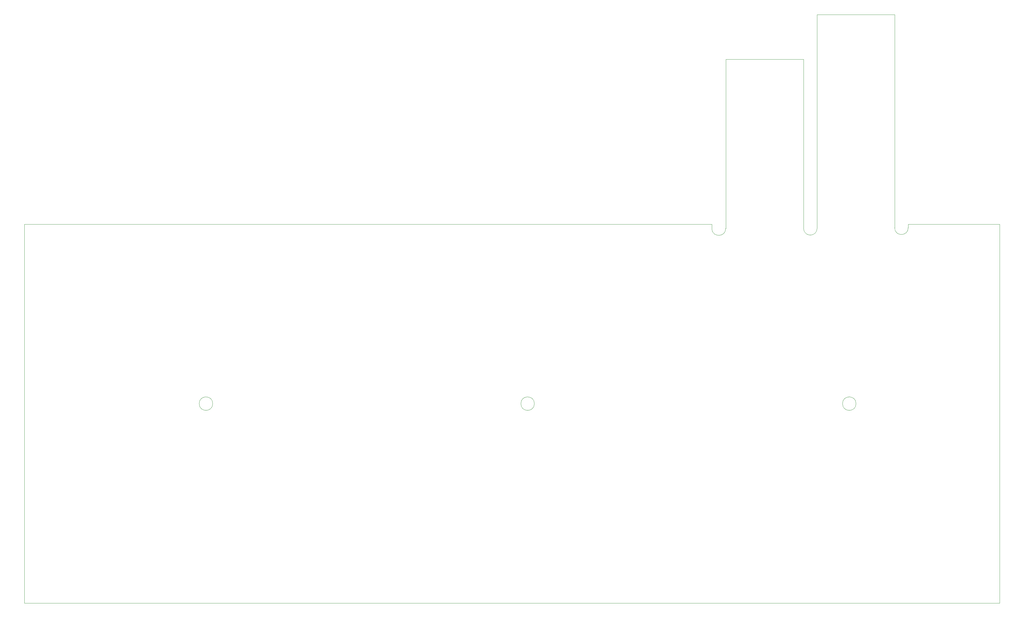
<source format=gm1>
G04 #@! TF.GenerationSoftware,KiCad,Pcbnew,8.0.4-8.0.4-0~ubuntu22.04.1*
G04 #@! TF.CreationDate,2024-08-25T13:27:25+01:00*
G04 #@! TF.ProjectId,membrane1,6d656d62-7261-46e6-9531-2e6b69636164,V1.1*
G04 #@! TF.SameCoordinates,Original*
G04 #@! TF.FileFunction,Profile,NP*
%FSLAX46Y46*%
G04 Gerber Fmt 4.6, Leading zero omitted, Abs format (unit mm)*
G04 Created by KiCad (PCBNEW 8.0.4-8.0.4-0~ubuntu22.04.1) date 2024-08-25 13:27:25*
%MOMM*%
%LPD*%
G01*
G04 APERTURE LIST*
G04 #@! TA.AperFunction,Profile*
%ADD10C,0.050000*%
G04 #@! TD*
G04 APERTURE END LIST*
D10*
X68000000Y-87000000D02*
X68000000Y-199000000D01*
X68000000Y-199000000D02*
X356000000Y-199000000D01*
X329000000Y-87000000D02*
X356000000Y-87000000D01*
X261000000Y-87000000D02*
X68000000Y-87000000D01*
X275110000Y-88200000D02*
G75*
G02*
X271000000Y-88200000I-2055000J0D01*
G01*
X261000000Y-87000000D02*
X267000000Y-87000000D01*
X271000000Y-87000000D02*
X267000000Y-87000000D01*
X271000000Y-88100000D02*
X271000000Y-88200000D01*
X329000000Y-87000000D02*
X329000000Y-88000000D01*
X302090000Y-24989996D02*
X325000000Y-25000000D01*
X302090000Y-88199800D02*
X302090000Y-24989996D01*
X298110000Y-38200000D02*
X275110000Y-38200000D01*
X123600000Y-140000000D02*
G75*
G02*
X119600000Y-140000000I-2000000J0D01*
G01*
X119600000Y-140000000D02*
G75*
G02*
X123600000Y-140000000I2000000J0D01*
G01*
X302090000Y-88199800D02*
G75*
G02*
X298110000Y-88199800I-1990000J-47D01*
G01*
X313600000Y-140000000D02*
G75*
G02*
X309600000Y-140000000I-2000000J0D01*
G01*
X309600000Y-140000000D02*
G75*
G02*
X313600000Y-140000000I2000000J0D01*
G01*
X325000000Y-25000000D02*
X325000000Y-88000000D01*
X218600000Y-140000000D02*
G75*
G02*
X214600000Y-140000000I-2000000J0D01*
G01*
X214600000Y-140000000D02*
G75*
G02*
X218600000Y-140000000I2000000J0D01*
G01*
X356000000Y-199000000D02*
X356000000Y-87000000D01*
X298110000Y-38200000D02*
X298110000Y-88199800D01*
X271000000Y-88100000D02*
X271000000Y-87000000D01*
X329000000Y-88000000D02*
G75*
G02*
X325000000Y-88000000I-2000000J0D01*
G01*
X275110000Y-88200000D02*
X275110000Y-38200000D01*
M02*

</source>
